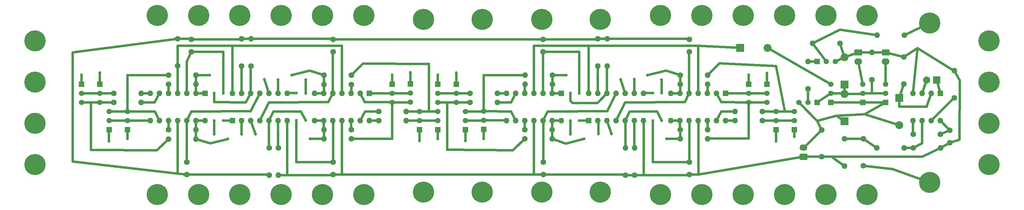
<source format=gbr>
%TF.GenerationSoftware,KiCad,Pcbnew,(5.1.7)-1*%
%TF.CreationDate,2021-05-19T12:24:51-05:00*%
%TF.ProjectId,FOURSES INTERSEXON,464f5552-5345-4532-9049-4e5445525345,rev?*%
%TF.SameCoordinates,Original*%
%TF.FileFunction,Copper,L1,Top*%
%TF.FilePolarity,Positive*%
%FSLAX46Y46*%
G04 Gerber Fmt 4.6, Leading zero omitted, Abs format (unit mm)*
G04 Created by KiCad (PCBNEW (5.1.7)-1) date 2021-05-19 12:24:51*
%MOMM*%
%LPD*%
G01*
G04 APERTURE LIST*
%TA.AperFunction,ComponentPad*%
%ADD10C,5.900000*%
%TD*%
%TA.AperFunction,ComponentPad*%
%ADD11O,1.600000X1.600000*%
%TD*%
%TA.AperFunction,ComponentPad*%
%ADD12C,1.600000*%
%TD*%
%TA.AperFunction,ComponentPad*%
%ADD13C,1.500000*%
%TD*%
%TA.AperFunction,ComponentPad*%
%ADD14R,1.500000X1.500000*%
%TD*%
%TA.AperFunction,ComponentPad*%
%ADD15R,1.600000X1.600000*%
%TD*%
%TA.AperFunction,ComponentPad*%
%ADD16O,2.190000X1.740000*%
%TD*%
%TA.AperFunction,ComponentPad*%
%ADD17C,2.000000*%
%TD*%
%TA.AperFunction,ComponentPad*%
%ADD18R,2.000000X2.000000*%
%TD*%
%TA.AperFunction,ComponentPad*%
%ADD19R,2.200000X2.200000*%
%TD*%
%TA.AperFunction,ComponentPad*%
%ADD20O,2.200000X2.200000*%
%TD*%
%TA.AperFunction,ViaPad*%
%ADD21C,0.800000*%
%TD*%
%TA.AperFunction,Conductor*%
%ADD22C,0.635000*%
%TD*%
G04 APERTURE END LIST*
D10*
%TO.P,REF\u002A\u002A,*%
%TO.N,*%
X109630000Y-121990000D03*
%TD*%
%TO.P,REF\u002A\u002A,*%
%TO.N,*%
X63630000Y-71990000D03*
%TD*%
%TO.P,REF\u002A\u002A,*%
%TO.N,*%
X18110000Y-113600000D03*
%TD*%
%TO.P,REF\u002A\u002A,*%
%TO.N,*%
X75130000Y-71990000D03*
%TD*%
%TO.P,REF\u002A\u002A,*%
%TO.N,*%
X175460000Y-73100000D03*
%TD*%
%TO.P,REF\u002A\u002A,*%
%TO.N,*%
X109630000Y-71990000D03*
%TD*%
D11*
%TO.P,REF\u002A\u002A,2*%
%TO.N,N/C*%
X273950000Y-87380000D03*
D12*
%TO.P,REF\u002A\u002A,1*%
X273950000Y-95000000D03*
%TD*%
D10*
%TO.P,REF\u002A\u002A,*%
%TO.N,*%
X192210000Y-121990000D03*
%TD*%
%TO.P,REF\u002A\u002A,*%
%TO.N,*%
X63630000Y-121990000D03*
%TD*%
%TO.P,REF\u002A\u002A,*%
%TO.N,*%
X18110000Y-102100000D03*
%TD*%
%TO.P,REF\u002A\u002A,*%
%TO.N,*%
X98130000Y-121990000D03*
%TD*%
D12*
%TO.P,REF\u002A\u002A,1*%
%TO.N,N/C*%
X243450000Y-106460000D03*
D11*
%TO.P,REF\u002A\u002A,2*%
X243450000Y-114080000D03*
%TD*%
D13*
%TO.P,REF\u002A\u002A,2*%
%TO.N,N/C*%
X130250000Y-101330000D03*
%TO.P,REF\u002A\u002A,3*%
X130250000Y-98790000D03*
D14*
%TO.P,REF\u002A\u002A,1*%
X130250000Y-103870000D03*
%TD*%
D10*
%TO.P,REF\u002A\u002A,*%
%TO.N,*%
X159160000Y-73100000D03*
%TD*%
D14*
%TO.P,REF\u002A\u002A,1*%
%TO.N,N/C*%
X36160000Y-91160000D03*
D13*
%TO.P,REF\u002A\u002A,3*%
X36160000Y-96240000D03*
%TO.P,REF\u002A\u002A,2*%
X36160000Y-93700000D03*
%TD*%
D10*
%TO.P,REF\u002A\u002A,*%
%TO.N,*%
X203710000Y-121990000D03*
%TD*%
D11*
%TO.P,REF\u002A\u002A,2*%
%TO.N,N/C*%
X212940000Y-101400000D03*
D12*
%TO.P,REF\u002A\u002A,1*%
X220560000Y-101400000D03*
%TD*%
D11*
%TO.P,REF\u002A\u002A,2*%
%TO.N,N/C*%
X259990000Y-109010000D03*
D12*
%TO.P,REF\u002A\u002A,1*%
X252370000Y-109010000D03*
%TD*%
%TO.P,REF\u002A\u002A,1*%
%TO.N,N/C*%
X262520000Y-109000000D03*
D11*
%TO.P,REF\u002A\u002A,2*%
X270140000Y-109000000D03*
%TD*%
D10*
%TO.P,REF\u002A\u002A,*%
%TO.N,*%
X18110000Y-90600000D03*
%TD*%
%TO.P,REF\u002A\u002A,*%
%TO.N,*%
X75130000Y-121990000D03*
%TD*%
%TO.P,REF\u002A\u002A,*%
%TO.N,*%
X52130000Y-121990000D03*
%TD*%
%TO.P,REF\u002A\u002A,*%
%TO.N,*%
X159160000Y-121350000D03*
%TD*%
%TO.P,REF\u002A\u002A,*%
%TO.N,*%
X226710000Y-121990000D03*
%TD*%
%TO.P,REF\u002A\u002A,*%
%TO.N,*%
X126260000Y-73100000D03*
%TD*%
%TO.P,REF\u002A\u002A,*%
%TO.N,*%
X52130000Y-71990000D03*
%TD*%
D11*
%TO.P,REF\u002A\u002A,2*%
%TO.N,N/C*%
X233270000Y-84860000D03*
D12*
%TO.P,REF\u002A\u002A,1*%
X233270000Y-92480000D03*
%TD*%
D13*
%TO.P,REF\u002A\u002A,2*%
%TO.N,N/C*%
X31100000Y-93710000D03*
%TO.P,REF\u002A\u002A,3*%
X31100000Y-96250000D03*
D14*
%TO.P,REF\u002A\u002A,1*%
X31100000Y-91170000D03*
%TD*%
D12*
%TO.P,REF\u002A\u002A,1*%
%TO.N,N/C*%
X242140000Y-79770000D03*
D11*
%TO.P,REF\u002A\u002A,2*%
X234520000Y-79770000D03*
%TD*%
%TO.P,REF\u002A\u002A,2*%
%TO.N,N/C*%
X252480000Y-77510000D03*
D12*
%TO.P,REF\u002A\u002A,1*%
X260100000Y-77510000D03*
%TD*%
D10*
%TO.P,REF\u002A\u002A,*%
%TO.N,*%
X238210000Y-121990000D03*
%TD*%
%TO.P,REF\u002A\u002A,*%
%TO.N,*%
X142560000Y-121350000D03*
%TD*%
%TO.P,REF\u002A\u002A,*%
%TO.N,*%
X98130000Y-71990000D03*
%TD*%
%TO.P,REF\u002A\u002A,*%
%TO.N,*%
X86630000Y-71990000D03*
%TD*%
D14*
%TO.P,REF\u002A\u002A,1*%
%TO.N,N/C*%
X117510000Y-91160000D03*
D13*
%TO.P,REF\u002A\u002A,3*%
X117510000Y-96240000D03*
%TO.P,REF\u002A\u002A,2*%
X117510000Y-93700000D03*
%TD*%
D10*
%TO.P,REF\u002A\u002A,*%
%TO.N,*%
X175460000Y-121350000D03*
%TD*%
D14*
%TO.P,REF\u002A\u002A,1*%
%TO.N,N/C*%
X216710000Y-91180000D03*
D13*
%TO.P,REF\u002A\u002A,3*%
X216710000Y-96260000D03*
%TO.P,REF\u002A\u002A,2*%
X216710000Y-93720000D03*
%TD*%
D14*
%TO.P,REF\u002A\u002A,1*%
%TO.N,N/C*%
X125160000Y-103880000D03*
D13*
%TO.P,REF\u002A\u002A,3*%
X125160000Y-98800000D03*
%TO.P,REF\u002A\u002A,2*%
X125160000Y-101340000D03*
%TD*%
D14*
%TO.P,REF\u002A\u002A,1*%
%TO.N,N/C*%
X43820000Y-103860000D03*
D13*
%TO.P,REF\u002A\u002A,3*%
X43820000Y-98780000D03*
%TO.P,REF\u002A\u002A,2*%
X43820000Y-101320000D03*
%TD*%
D10*
%TO.P,REF\u002A\u002A,*%
%TO.N,*%
X215210000Y-121990000D03*
%TD*%
%TO.P,REF\u002A\u002A,*%
%TO.N,*%
X226710000Y-71990000D03*
%TD*%
D11*
%TO.P,REF\u002A\u002A,2*%
%TO.N,N/C*%
X62920000Y-91240000D03*
D12*
%TO.P,REF\u002A\u002A,1*%
X55300000Y-91240000D03*
%TD*%
D14*
%TO.P,REF\u002A\u002A,1*%
%TO.N,N/C*%
X135340000Y-91160000D03*
D13*
%TO.P,REF\u002A\u002A,3*%
X135340000Y-96240000D03*
%TO.P,REF\u002A\u002A,2*%
X135340000Y-93700000D03*
%TD*%
D14*
%TO.P,REF\u002A\u002A,1*%
%TO.N,N/C*%
X142970000Y-103850000D03*
D13*
%TO.P,REF\u002A\u002A,3*%
X142970000Y-98770000D03*
%TO.P,REF\u002A\u002A,2*%
X142970000Y-101310000D03*
%TD*%
%TO.P,REF\u002A\u002A,2*%
%TO.N,N/C*%
X130250000Y-93710000D03*
%TO.P,REF\u002A\u002A,3*%
X130250000Y-96250000D03*
D14*
%TO.P,REF\u002A\u002A,1*%
X130250000Y-91170000D03*
%TD*%
D12*
%TO.P,REF\u002A\u002A,1*%
%TO.N,N/C*%
X220560000Y-98820000D03*
D11*
%TO.P,REF\u002A\u002A,2*%
X212940000Y-98820000D03*
%TD*%
D13*
%TO.P,REF\u002A\u002A,2*%
%TO.N,N/C*%
X137880000Y-101320000D03*
%TO.P,REF\u002A\u002A,3*%
X137880000Y-98780000D03*
D14*
%TO.P,REF\u002A\u002A,1*%
X137880000Y-103860000D03*
%TD*%
%TO.P,REF\u002A\u002A,1*%
%TO.N,N/C*%
X235790000Y-84810000D03*
D13*
%TO.P,REF\u002A\u002A,3*%
X240870000Y-84810000D03*
%TO.P,REF\u002A\u002A,2*%
X238330000Y-84810000D03*
%TD*%
D14*
%TO.P,REF\u002A\u002A,1*%
%TO.N,N/C*%
X224320000Y-103880000D03*
D13*
%TO.P,REF\u002A\u002A,3*%
X224320000Y-98800000D03*
%TO.P,REF\u002A\u002A,2*%
X224320000Y-101340000D03*
%TD*%
D15*
%TO.P,REF\u002A\u002A,1*%
%TO.N,N/C*%
X270060000Y-93780000D03*
D11*
%TO.P,REF\u002A\u002A,5*%
X262440000Y-101400000D03*
%TO.P,REF\u002A\u002A,2*%
X267520000Y-93780000D03*
%TO.P,REF\u002A\u002A,6*%
X264980000Y-101400000D03*
%TO.P,REF\u002A\u002A,3*%
X264980000Y-93780000D03*
%TO.P,REF\u002A\u002A,7*%
X267520000Y-101400000D03*
%TO.P,REF\u002A\u002A,4*%
X262440000Y-93780000D03*
%TO.P,REF\u002A\u002A,8*%
X270060000Y-101400000D03*
%TD*%
D15*
%TO.P,REF\u002A\u002A,1*%
%TO.N,N/C*%
X172230000Y-101390000D03*
D11*
%TO.P,REF\u002A\u002A,8*%
X187470000Y-93770000D03*
%TO.P,REF\u002A\u002A,2*%
X174770000Y-101390000D03*
%TO.P,REF\u002A\u002A,9*%
X184930000Y-93770000D03*
%TO.P,REF\u002A\u002A,3*%
X177310000Y-101390000D03*
%TO.P,REF\u002A\u002A,10*%
X182390000Y-93770000D03*
%TO.P,REF\u002A\u002A,4*%
X179850000Y-101390000D03*
%TO.P,REF\u002A\u002A,11*%
X179850000Y-93770000D03*
%TO.P,REF\u002A\u002A,5*%
X182390000Y-101390000D03*
%TO.P,REF\u002A\u002A,12*%
X177310000Y-93770000D03*
%TO.P,REF\u002A\u002A,6*%
X184930000Y-101390000D03*
%TO.P,REF\u002A\u002A,13*%
X174770000Y-93770000D03*
%TO.P,REF\u002A\u002A,7*%
X187470000Y-101390000D03*
%TO.P,REF\u002A\u002A,14*%
X172230000Y-93770000D03*
%TD*%
D12*
%TO.P,REF\u002A\u002A,1*%
%TO.N,N/C*%
X55300000Y-88660000D03*
D11*
%TO.P,REF\u002A\u002A,2*%
X62920000Y-88660000D03*
%TD*%
%TO.P,REF\u002A\u002A,1*%
%TO.N,N/C*%
%TA.AperFunction,ComponentPad*%
G36*
G01*
X254034999Y-81460000D02*
X255725001Y-81460000D01*
G75*
G02*
X255975000Y-81709999I0J-249999D01*
G01*
X255975000Y-82950001D01*
G75*
G02*
X255725001Y-83200000I-249999J0D01*
G01*
X254034999Y-83200000D01*
G75*
G02*
X253785000Y-82950001I0J249999D01*
G01*
X253785000Y-81709999D01*
G75*
G02*
X254034999Y-81460000I249999J0D01*
G01*
G37*
%TD.AperFunction*%
D16*
%TO.P,REF\u002A\u002A,2*%
X254880000Y-84870000D03*
%TD*%
D11*
%TO.P,REF\u002A\u002A,14*%
%TO.N,N/C*%
X73060000Y-93750000D03*
%TO.P,REF\u002A\u002A,7*%
X88300000Y-101370000D03*
%TO.P,REF\u002A\u002A,13*%
X75600000Y-93750000D03*
%TO.P,REF\u002A\u002A,6*%
X85760000Y-101370000D03*
%TO.P,REF\u002A\u002A,12*%
X78140000Y-93750000D03*
%TO.P,REF\u002A\u002A,5*%
X83220000Y-101370000D03*
%TO.P,REF\u002A\u002A,11*%
X80680000Y-93750000D03*
%TO.P,REF\u002A\u002A,4*%
X80680000Y-101370000D03*
%TO.P,REF\u002A\u002A,10*%
X83220000Y-93750000D03*
%TO.P,REF\u002A\u002A,3*%
X78140000Y-101370000D03*
%TO.P,REF\u002A\u002A,9*%
X85760000Y-93750000D03*
%TO.P,REF\u002A\u002A,2*%
X75600000Y-101370000D03*
%TO.P,REF\u002A\u002A,8*%
X88300000Y-93750000D03*
D15*
%TO.P,REF\u002A\u002A,1*%
X73060000Y-101370000D03*
%TD*%
%TO.P,REF\u002A\u002A,1*%
%TO.N,N/C*%
%TA.AperFunction,ComponentPad*%
G36*
G01*
X232855001Y-112340000D02*
X231164999Y-112340000D01*
G75*
G02*
X230915000Y-112090001I0J249999D01*
G01*
X230915000Y-110849999D01*
G75*
G02*
X231164999Y-110600000I249999J0D01*
G01*
X232855001Y-110600000D01*
G75*
G02*
X233105000Y-110849999I0J-249999D01*
G01*
X233105000Y-112090001D01*
G75*
G02*
X232855001Y-112340000I-249999J0D01*
G01*
G37*
%TD.AperFunction*%
D16*
%TO.P,REF\u002A\u002A,2*%
X232010000Y-108930000D03*
%TD*%
D10*
%TO.P,REF\u002A\u002A,*%
%TO.N,*%
X283610000Y-90600000D03*
%TD*%
D17*
%TO.P,REF\u002A\u002A,*%
%TO.N,*%
X266300000Y-90000000D03*
%TD*%
D12*
%TO.P,REF\u002A\u002A,1*%
%TO.N,N/C*%
X106150000Y-103890000D03*
D11*
%TO.P,REF\u002A\u002A,2*%
X98530000Y-103890000D03*
%TD*%
%TO.P,REF\u002A\u002A,2*%
%TO.N,N/C*%
X98540000Y-88680000D03*
D12*
%TO.P,REF\u002A\u002A,1*%
X106160000Y-88680000D03*
%TD*%
%TO.P,REF\u002A\u002A,1*%
%TO.N,N/C*%
X40070000Y-96280000D03*
D11*
%TO.P,REF\u002A\u002A,2*%
X47690000Y-96280000D03*
%TD*%
D12*
%TO.P,REF\u002A\u002A,1*%
%TO.N,N/C*%
X55250000Y-103910000D03*
D11*
%TO.P,REF\u002A\u002A,2*%
X62870000Y-103910000D03*
%TD*%
%TO.P,REF\u002A\u002A,2*%
%TO.N,N/C*%
X62870000Y-106490000D03*
D12*
%TO.P,REF\u002A\u002A,1*%
X55250000Y-106490000D03*
%TD*%
%TO.P,REF\u002A\u002A,1*%
%TO.N,N/C*%
X78210000Y-86080000D03*
D11*
%TO.P,REF\u002A\u002A,2*%
X78210000Y-78460000D03*
%TD*%
%TO.P,REF\u002A\u002A,2*%
%TO.N,N/C*%
X98530000Y-106470000D03*
D12*
%TO.P,REF\u002A\u002A,1*%
X106150000Y-106470000D03*
%TD*%
D11*
%TO.P,REF\u002A\u002A,14*%
%TO.N,N/C*%
X210340000Y-101330000D03*
%TO.P,REF\u002A\u002A,7*%
X195100000Y-93710000D03*
%TO.P,REF\u002A\u002A,13*%
X207800000Y-101330000D03*
%TO.P,REF\u002A\u002A,6*%
X197640000Y-93710000D03*
%TO.P,REF\u002A\u002A,12*%
X205260000Y-101330000D03*
%TO.P,REF\u002A\u002A,5*%
X200180000Y-93710000D03*
%TO.P,REF\u002A\u002A,11*%
X202720000Y-101330000D03*
%TO.P,REF\u002A\u002A,4*%
X202720000Y-93710000D03*
%TO.P,REF\u002A\u002A,10*%
X200180000Y-101330000D03*
%TO.P,REF\u002A\u002A,3*%
X205260000Y-93710000D03*
%TO.P,REF\u002A\u002A,9*%
X197640000Y-101330000D03*
%TO.P,REF\u002A\u002A,2*%
X207800000Y-93710000D03*
%TO.P,REF\u002A\u002A,8*%
X195100000Y-101330000D03*
D15*
%TO.P,REF\u002A\u002A,1*%
X210340000Y-93710000D03*
%TD*%
D12*
%TO.P,REF\u002A\u002A,1*%
%TO.N,N/C*%
X106160000Y-91260000D03*
D11*
%TO.P,REF\u002A\u002A,2*%
X98540000Y-91260000D03*
%TD*%
%TO.P,REF\u002A\u002A,2*%
%TO.N,N/C*%
X75630000Y-78460000D03*
D12*
%TO.P,REF\u002A\u002A,1*%
X75630000Y-86080000D03*
%TD*%
D11*
%TO.P,REF\u002A\u002A,2*%
%TO.N,N/C*%
X47690000Y-93700000D03*
D12*
%TO.P,REF\u002A\u002A,1*%
X40070000Y-93700000D03*
%TD*%
D18*
%TO.P,REF\u002A\u002A,*%
%TO.N,*%
X269080000Y-89990000D03*
%TD*%
D12*
%TO.P,REF\u002A\u002A,1*%
%TO.N,N/C*%
X61640000Y-82150000D03*
%TO.P,REF\u002A\u002A,2*%
X61640000Y-78650000D03*
%TD*%
D15*
%TO.P,REF\u002A\u002A,1*%
%TO.N,N/C*%
X65470000Y-93740000D03*
D11*
%TO.P,REF\u002A\u002A,8*%
X50230000Y-101360000D03*
%TO.P,REF\u002A\u002A,2*%
X62930000Y-93740000D03*
%TO.P,REF\u002A\u002A,9*%
X52770000Y-101360000D03*
%TO.P,REF\u002A\u002A,3*%
X60390000Y-93740000D03*
%TO.P,REF\u002A\u002A,10*%
X55310000Y-101360000D03*
%TO.P,REF\u002A\u002A,4*%
X57850000Y-93740000D03*
%TO.P,REF\u002A\u002A,11*%
X57850000Y-101360000D03*
%TO.P,REF\u002A\u002A,5*%
X55310000Y-93740000D03*
%TO.P,REF\u002A\u002A,12*%
X60390000Y-101360000D03*
%TO.P,REF\u002A\u002A,6*%
X52770000Y-93740000D03*
%TO.P,REF\u002A\u002A,13*%
X62930000Y-101360000D03*
%TO.P,REF\u002A\u002A,7*%
X50230000Y-93740000D03*
%TO.P,REF\u002A\u002A,14*%
X65470000Y-101360000D03*
%TD*%
D15*
%TO.P,REF\u002A\u002A,1*%
%TO.N,N/C*%
X164590000Y-93710000D03*
D11*
%TO.P,REF\u002A\u002A,8*%
X149350000Y-101330000D03*
%TO.P,REF\u002A\u002A,2*%
X162050000Y-93710000D03*
%TO.P,REF\u002A\u002A,9*%
X151890000Y-101330000D03*
%TO.P,REF\u002A\u002A,3*%
X159510000Y-93710000D03*
%TO.P,REF\u002A\u002A,10*%
X154430000Y-101330000D03*
%TO.P,REF\u002A\u002A,4*%
X156970000Y-93710000D03*
%TO.P,REF\u002A\u002A,11*%
X156970000Y-101330000D03*
%TO.P,REF\u002A\u002A,5*%
X154430000Y-93710000D03*
%TO.P,REF\u002A\u002A,12*%
X159510000Y-101330000D03*
%TO.P,REF\u002A\u002A,6*%
X151890000Y-93710000D03*
%TO.P,REF\u002A\u002A,13*%
X162050000Y-101330000D03*
%TO.P,REF\u002A\u002A,7*%
X149350000Y-93710000D03*
%TO.P,REF\u002A\u002A,14*%
X164590000Y-101330000D03*
%TD*%
D12*
%TO.P,REF\u002A\u002A,2*%
%TO.N,N/C*%
X272730000Y-104070000D03*
%TO.P,REF\u002A\u002A,1*%
X272730000Y-107570000D03*
%TD*%
D10*
%TO.P,REF\u002A\u002A,*%
%TO.N,*%
X267110000Y-74100000D03*
%TD*%
D16*
%TO.P,REF\u002A\u002A,2*%
%TO.N,N/C*%
X247250000Y-84870000D03*
%TO.P,REF\u002A\u002A,1*%
%TA.AperFunction,ComponentPad*%
G36*
G01*
X246404999Y-81460000D02*
X248095001Y-81460000D01*
G75*
G02*
X248345000Y-81709999I0J-249999D01*
G01*
X248345000Y-82950001D01*
G75*
G02*
X248095001Y-83200000I-249999J0D01*
G01*
X246404999Y-83200000D01*
G75*
G02*
X246155000Y-82950001I0J249999D01*
G01*
X246155000Y-81709999D01*
G75*
G02*
X246404999Y-81460000I249999J0D01*
G01*
G37*
%TD.AperFunction*%
%TD*%
D12*
%TO.P,REF\u002A\u002A,2*%
%TO.N,N/C*%
X60370000Y-112950000D03*
%TO.P,REF\u002A\u002A,1*%
X60370000Y-116450000D03*
%TD*%
%TO.P,REF\u002A\u002A,1*%
%TO.N,N/C*%
X251050000Y-89900000D03*
D11*
%TO.P,REF\u002A\u002A,2*%
X251050000Y-82280000D03*
%TD*%
D13*
%TO.P,REF\u002A\u002A,2*%
%TO.N,N/C*%
X221800000Y-93710000D03*
%TO.P,REF\u002A\u002A,3*%
X221800000Y-96250000D03*
D14*
%TO.P,REF\u002A\u002A,1*%
X221800000Y-91170000D03*
%TD*%
D11*
%TO.P,REF\u002A\u002A,14*%
%TO.N,N/C*%
X111130000Y-101340000D03*
%TO.P,REF\u002A\u002A,7*%
X95890000Y-93720000D03*
%TO.P,REF\u002A\u002A,13*%
X108590000Y-101340000D03*
%TO.P,REF\u002A\u002A,6*%
X98430000Y-93720000D03*
%TO.P,REF\u002A\u002A,12*%
X106050000Y-101340000D03*
%TO.P,REF\u002A\u002A,5*%
X100970000Y-93720000D03*
%TO.P,REF\u002A\u002A,11*%
X103510000Y-101340000D03*
%TO.P,REF\u002A\u002A,4*%
X103510000Y-93720000D03*
%TO.P,REF\u002A\u002A,10*%
X100970000Y-101340000D03*
%TO.P,REF\u002A\u002A,3*%
X106050000Y-93720000D03*
%TO.P,REF\u002A\u002A,9*%
X98430000Y-101340000D03*
%TO.P,REF\u002A\u002A,2*%
X108590000Y-93720000D03*
%TO.P,REF\u002A\u002A,8*%
X95890000Y-101340000D03*
D15*
%TO.P,REF\u002A\u002A,1*%
X111130000Y-93720000D03*
%TD*%
D10*
%TO.P,REF\u002A\u002A,*%
%TO.N,*%
X215210000Y-71990000D03*
%TD*%
%TO.P,REF\u002A\u002A,*%
%TO.N,*%
X283610000Y-102100000D03*
%TD*%
D19*
%TO.P,REF\u002A\u002A,1*%
%TO.N,N/C*%
X243390000Y-101570000D03*
D20*
%TO.P,REF\u002A\u002A,2*%
X243390000Y-93950000D03*
%TD*%
%TO.P,REF\u002A\u002A,2*%
%TO.N,N/C*%
X243400000Y-83650000D03*
D19*
%TO.P,REF\u002A\u002A,1*%
X243400000Y-91270000D03*
%TD*%
D10*
%TO.P,REF\u002A\u002A,*%
%TO.N,*%
X267110000Y-118600000D03*
%TD*%
%TO.P,REF\u002A\u002A,*%
%TO.N,*%
X249710000Y-71990000D03*
%TD*%
D12*
%TO.P,REF\u002A\u002A,2*%
%TO.N,N/C*%
X101060000Y-78650000D03*
%TO.P,REF\u002A\u002A,1*%
X101060000Y-82150000D03*
%TD*%
D10*
%TO.P,REF\u002A\u002A,*%
%TO.N,*%
X203710000Y-71990000D03*
%TD*%
D14*
%TO.P,REF\u002A\u002A,1*%
%TO.N,N/C*%
X254850000Y-96240000D03*
D13*
%TO.P,REF\u002A\u002A,3*%
X254850000Y-91160000D03*
%TO.P,REF\u002A\u002A,2*%
X254850000Y-93700000D03*
%TD*%
D12*
%TO.P,REF\u002A\u002A,1*%
%TO.N,N/C*%
X57850000Y-78500000D03*
%TO.P,REF\u002A\u002A,2*%
X57850000Y-86000000D03*
%TD*%
D13*
%TO.P,REF\u002A\u002A,2*%
%TO.N,N/C*%
X38730000Y-101330000D03*
%TO.P,REF\u002A\u002A,3*%
X38730000Y-98790000D03*
D14*
%TO.P,REF\u002A\u002A,1*%
X38730000Y-103870000D03*
%TD*%
D20*
%TO.P,REF\u002A\u002A,2*%
%TO.N,N/C*%
X258660000Y-102590000D03*
D19*
%TO.P,REF\u002A\u002A,1*%
X258660000Y-94970000D03*
%TD*%
D12*
%TO.P,REF\u002A\u002A,2*%
%TO.N,N/C*%
X262580000Y-105160000D03*
%TO.P,REF\u002A\u002A,1*%
X270080000Y-105160000D03*
%TD*%
%TO.P,REF\u002A\u002A,1*%
%TO.N,N/C*%
X101100000Y-116450000D03*
%TO.P,REF\u002A\u002A,2*%
X101100000Y-112950000D03*
%TD*%
D13*
%TO.P,REF\u002A\u002A,2*%
%TO.N,N/C*%
X233230000Y-96270000D03*
%TO.P,REF\u002A\u002A,3*%
X230690000Y-96270000D03*
D14*
%TO.P,REF\u002A\u002A,1*%
X235770000Y-96270000D03*
%TD*%
D12*
%TO.P,REF\u002A\u002A,1*%
%TO.N,N/C*%
X237090000Y-111470000D03*
%TO.P,REF\u002A\u002A,2*%
X237090000Y-103970000D03*
%TD*%
%TO.P,REF\u002A\u002A,1*%
%TO.N,N/C*%
X200230000Y-116440000D03*
%TO.P,REF\u002A\u002A,2*%
X200230000Y-112940000D03*
%TD*%
%TO.P,REF\u002A\u002A,2*%
%TO.N,N/C*%
X248640000Y-106460000D03*
%TO.P,REF\u002A\u002A,1*%
X248640000Y-113960000D03*
%TD*%
D13*
%TO.P,REF\u002A\u002A,2*%
%TO.N,N/C*%
X248480000Y-93710000D03*
%TO.P,REF\u002A\u002A,3*%
X248480000Y-91170000D03*
D14*
%TO.P,REF\u002A\u002A,1*%
X248480000Y-96250000D03*
%TD*%
D12*
%TO.P,REF\u002A\u002A,1*%
%TO.N,N/C*%
X259950000Y-91120000D03*
%TO.P,REF\u002A\u002A,2*%
X259950000Y-83620000D03*
%TD*%
%TO.P,REF\u002A\u002A,2*%
%TO.N,N/C*%
X159560000Y-112940000D03*
%TO.P,REF\u002A\u002A,1*%
X159560000Y-116440000D03*
%TD*%
D14*
%TO.P,REF\u002A\u002A,1*%
%TO.N,N/C*%
X239630000Y-96260000D03*
D13*
%TO.P,REF\u002A\u002A,3*%
X239630000Y-91180000D03*
%TO.P,REF\u002A\u002A,2*%
X239630000Y-93720000D03*
%TD*%
%TO.P,REF\u002A\u002A,2*%
%TO.N,N/C*%
X229410000Y-101330000D03*
%TO.P,REF\u002A\u002A,3*%
X229410000Y-98790000D03*
D14*
%TO.P,REF\u002A\u002A,1*%
X229410000Y-103870000D03*
%TD*%
D13*
%TO.P,REF\u002A\u002A,2*%
%TO.N,N/C*%
X122600000Y-93690000D03*
%TO.P,REF\u002A\u002A,3*%
X122600000Y-96230000D03*
D14*
%TO.P,REF\u002A\u002A,1*%
X122600000Y-91150000D03*
%TD*%
D19*
%TO.P,REF\u002A\u002A,1*%
%TO.N,N/C*%
X214400000Y-81070000D03*
D20*
%TO.P,REF\u002A\u002A,2*%
X222020000Y-81070000D03*
%TD*%
D12*
%TO.P,REF\u002A\u002A,1*%
%TO.N,N/C*%
X159520000Y-82150000D03*
%TO.P,REF\u002A\u002A,2*%
X159520000Y-78650000D03*
%TD*%
%TO.P,REF\u002A\u002A,2*%
%TO.N,N/C*%
X200230000Y-78650000D03*
%TO.P,REF\u002A\u002A,1*%
X200230000Y-82150000D03*
%TD*%
%TO.P,REF\u002A\u002A,1*%
%TO.N,N/C*%
X174770000Y-78480000D03*
D11*
%TO.P,REF\u002A\u002A,2*%
X174770000Y-86100000D03*
%TD*%
%TO.P,REF\u002A\u002A,2*%
%TO.N,N/C*%
X121400000Y-98810000D03*
D12*
%TO.P,REF\u002A\u002A,1*%
X113780000Y-98810000D03*
%TD*%
%TO.P,REF\u002A\u002A,1*%
%TO.N,N/C*%
X154460000Y-106460000D03*
D11*
%TO.P,REF\u002A\u002A,2*%
X162080000Y-106460000D03*
%TD*%
D12*
%TO.P,REF\u002A\u002A,1*%
%TO.N,N/C*%
X139210000Y-93740000D03*
D11*
%TO.P,REF\u002A\u002A,2*%
X146830000Y-93740000D03*
%TD*%
%TO.P,REF\u002A\u002A,2*%
%TO.N,N/C*%
X83270000Y-116610000D03*
D12*
%TO.P,REF\u002A\u002A,1*%
X83270000Y-108990000D03*
%TD*%
D10*
%TO.P,REF\u002A\u002A,*%
%TO.N,*%
X283610000Y-79100000D03*
%TD*%
D12*
%TO.P,REF\u002A\u002A,1*%
%TO.N,N/C*%
X197680000Y-88640000D03*
D11*
%TO.P,REF\u002A\u002A,2*%
X205300000Y-88640000D03*
%TD*%
D12*
%TO.P,REF\u002A\u002A,1*%
%TO.N,N/C*%
X197700000Y-106480000D03*
D11*
%TO.P,REF\u002A\u002A,2*%
X205320000Y-106480000D03*
%TD*%
D12*
%TO.P,REF\u002A\u002A,1*%
%TO.N,N/C*%
X113780000Y-101390000D03*
D11*
%TO.P,REF\u002A\u002A,2*%
X121400000Y-101390000D03*
%TD*%
%TO.P,REF\u002A\u002A,2*%
%TO.N,N/C*%
X205300000Y-91220000D03*
D12*
%TO.P,REF\u002A\u002A,1*%
X197680000Y-91220000D03*
%TD*%
D11*
%TO.P,REF\u002A\u002A,2*%
%TO.N,N/C*%
X154470000Y-88660000D03*
D12*
%TO.P,REF\u002A\u002A,1*%
X162090000Y-88660000D03*
%TD*%
%TO.P,REF\u002A\u002A,1*%
%TO.N,N/C*%
X182420000Y-116610000D03*
D11*
%TO.P,REF\u002A\u002A,2*%
X182420000Y-108990000D03*
%TD*%
D10*
%TO.P,REF\u002A\u002A,*%
%TO.N,*%
X86630000Y-121990000D03*
%TD*%
D11*
%TO.P,REF\u002A\u002A,2*%
%TO.N,N/C*%
X162080000Y-103880000D03*
D12*
%TO.P,REF\u002A\u002A,1*%
X154460000Y-103880000D03*
%TD*%
%TO.P,REF\u002A\u002A,1*%
%TO.N,N/C*%
X162090000Y-91240000D03*
D11*
%TO.P,REF\u002A\u002A,2*%
X154470000Y-91240000D03*
%TD*%
D10*
%TO.P,REF\u002A\u002A,*%
%TO.N,*%
X283610000Y-113600000D03*
%TD*%
%TO.P,REF\u002A\u002A,*%
%TO.N,*%
X126260000Y-121350000D03*
%TD*%
%TO.P,REF\u002A\u002A,*%
%TO.N,*%
X142560000Y-73100000D03*
%TD*%
%TO.P,REF\u002A\u002A,*%
%TO.N,*%
X249710000Y-121990000D03*
%TD*%
%TO.P,REF\u002A\u002A,*%
%TO.N,*%
X238210000Y-71990000D03*
%TD*%
D11*
%TO.P,REF\u002A\u002A,2*%
%TO.N,N/C*%
X146830000Y-96320000D03*
D12*
%TO.P,REF\u002A\u002A,1*%
X139210000Y-96320000D03*
%TD*%
%TO.P,REF\u002A\u002A,1*%
%TO.N,N/C*%
X85850000Y-108990000D03*
D11*
%TO.P,REF\u002A\u002A,2*%
X85850000Y-116610000D03*
%TD*%
D10*
%TO.P,REF\u002A\u002A,*%
%TO.N,*%
X18110000Y-79100000D03*
%TD*%
D11*
%TO.P,REF\u002A\u002A,2*%
%TO.N,N/C*%
X177350000Y-86100000D03*
D12*
%TO.P,REF\u002A\u002A,1*%
X177350000Y-78480000D03*
%TD*%
D11*
%TO.P,REF\u002A\u002A,2*%
%TO.N,N/C*%
X205320000Y-103900000D03*
D12*
%TO.P,REF\u002A\u002A,1*%
X197700000Y-103900000D03*
%TD*%
D10*
%TO.P,REF\u002A\u002A,*%
%TO.N,*%
X192210000Y-71990000D03*
%TD*%
D11*
%TO.P,REF\u002A\u002A,2*%
%TO.N,N/C*%
X185000000Y-108990000D03*
D12*
%TO.P,REF\u002A\u002A,1*%
X185000000Y-116610000D03*
%TD*%
D21*
%TO.N,*%
X70510000Y-101330000D03*
X36160000Y-87980000D03*
X38720000Y-107080000D03*
X169610000Y-101350000D03*
X122603410Y-87923410D03*
X224350000Y-107100000D03*
X193860000Y-106400000D03*
X70510000Y-93730000D03*
X188570000Y-88700000D03*
X90850000Y-93650000D03*
X190070000Y-93640000D03*
X130250000Y-88570000D03*
X67970000Y-93640000D03*
X184940000Y-105120000D03*
X31080000Y-88600000D03*
X117510000Y-88570000D03*
X93450000Y-101300000D03*
X184871912Y-89761912D03*
X216722138Y-88552138D03*
X94690000Y-106450000D03*
X75600000Y-105130000D03*
X137875420Y-107015420D03*
X167140000Y-101360000D03*
X66690000Y-88650000D03*
X142966318Y-106416318D03*
X192550000Y-101360000D03*
X43814601Y-106424601D03*
X192540000Y-93680000D03*
X93455634Y-93705634D03*
X93458441Y-89921559D03*
X125160000Y-107050000D03*
X130250000Y-106460000D03*
X178560000Y-105100000D03*
X181110000Y-89880000D03*
X71810000Y-106440000D03*
X75610000Y-89920000D03*
X79490000Y-105140000D03*
X165910000Y-88670000D03*
X167140000Y-93660000D03*
X221780000Y-88080000D03*
X85760000Y-105140000D03*
X170900000Y-106410000D03*
X167140000Y-105140000D03*
X192480000Y-89900000D03*
X67970000Y-105150000D03*
X229430000Y-105890000D03*
X174904322Y-105085678D03*
X89550000Y-88700000D03*
X81940000Y-89880000D03*
X67970000Y-101350000D03*
X90850000Y-101290000D03*
X85760000Y-89920000D03*
X135332512Y-87977488D03*
X190070000Y-101330000D03*
X169620000Y-93720000D03*
X174770000Y-89910000D03*
%TD*%
D22*
%TO.N,*%
X174770000Y-78480000D02*
X177350000Y-78480000D01*
X78210000Y-78460000D02*
X100870000Y-78460000D01*
X187600000Y-93640000D02*
X187470000Y-93770000D01*
X263730000Y-81110000D02*
X273770000Y-87380000D01*
X159520000Y-78650000D02*
X174600000Y-78650000D01*
X239630000Y-96260000D02*
X248470000Y-96260000D01*
X265100000Y-111470000D02*
X270140000Y-109000000D01*
X75630000Y-78460000D02*
X78210000Y-78460000D01*
X159560000Y-116440000D02*
X182250000Y-116440000D01*
X75440000Y-78650000D02*
X75630000Y-78460000D01*
X90860000Y-112950000D02*
X90860000Y-101300000D01*
X187490000Y-116610000D02*
X187490000Y-101410000D01*
X101100000Y-101470000D02*
X100970000Y-101340000D01*
X266260000Y-97460000D02*
X267520000Y-93780000D01*
X172190000Y-101350000D02*
X172230000Y-101390000D01*
X262440000Y-101400000D02*
X262440000Y-105020000D01*
X184940000Y-105120000D02*
X184940000Y-108930000D01*
X169610000Y-101350000D02*
X172190000Y-101350000D01*
X85760000Y-108900000D02*
X85850000Y-108990000D01*
X270080000Y-105160000D02*
X272730000Y-104070000D01*
X185000000Y-116610000D02*
X187490000Y-116610000D01*
X169620000Y-82150000D02*
X169620000Y-93720000D01*
X100970000Y-82240000D02*
X101060000Y-82150000D01*
X57850000Y-78500000D02*
X61490000Y-78500000D01*
X243390000Y-91280000D02*
X243400000Y-91270000D01*
X262440000Y-105020000D02*
X262580000Y-105160000D01*
X100870000Y-78460000D02*
X101060000Y-78650000D01*
X174600000Y-78650000D02*
X174770000Y-78480000D01*
X200060000Y-116610000D02*
X200230000Y-116440000D01*
X254830000Y-82280000D02*
X254880000Y-82330000D01*
X156970000Y-116450000D02*
X156970000Y-101330000D01*
X202800000Y-116440000D02*
X202800000Y-101410000D01*
X243450000Y-106460000D02*
X248640000Y-106460000D01*
X103580000Y-116450000D02*
X103580000Y-101410000D01*
X238330000Y-84810000D02*
X234520000Y-79770000D01*
X248480000Y-91170000D02*
X247250000Y-84870000D01*
X258660000Y-94970000D02*
X259950000Y-91120000D01*
X251000000Y-82330000D02*
X251050000Y-82280000D01*
X258660000Y-94970000D02*
X258660000Y-97490000D01*
X273770000Y-87380000D02*
X273950000Y-87380000D01*
X270140000Y-109000000D02*
X272730000Y-107570000D01*
X239810000Y-111470000D02*
X265100000Y-111470000D01*
X202800000Y-101410000D02*
X202720000Y-101330000D01*
X235830000Y-101430000D02*
X241090000Y-99990000D01*
X174770000Y-89910000D02*
X174770000Y-93770000D01*
X101100000Y-112950000D02*
X90860000Y-112950000D01*
X232130000Y-108930000D02*
X232010000Y-108930000D01*
X61490000Y-78500000D02*
X61640000Y-78650000D01*
X172220000Y-80420000D02*
X202720000Y-80420000D01*
X243160000Y-93720000D02*
X243390000Y-93950000D01*
X159510000Y-93710000D02*
X159510000Y-82160000D01*
X237090000Y-103970000D02*
X232130000Y-108930000D01*
X248640000Y-106460000D02*
X252370000Y-109010000D01*
X243390000Y-93950000D02*
X243390000Y-91280000D01*
X239810000Y-111470000D02*
X243450000Y-114080000D01*
X237090000Y-111470000D02*
X239810000Y-111470000D01*
X254850000Y-84900000D02*
X254880000Y-84870000D01*
X270060000Y-93780000D02*
X269080000Y-89990000D01*
X200230000Y-116440000D02*
X202800000Y-116440000D01*
X251050000Y-82280000D02*
X254830000Y-82280000D01*
X249000000Y-99610000D02*
X258660000Y-102590000D01*
X258660000Y-97490000D02*
X266260000Y-97460000D01*
X270060000Y-101400000D02*
X272730000Y-104070000D01*
X61640000Y-78650000D02*
X75440000Y-78650000D01*
X232010000Y-111470000D02*
X237090000Y-111470000D01*
X184930000Y-105110000D02*
X184940000Y-105120000D01*
X156970000Y-80420000D02*
X172220000Y-80420000D01*
X239630000Y-93720000D02*
X243160000Y-93720000D01*
X243390000Y-93950000D02*
X248240000Y-93950000D01*
X243400000Y-83650000D02*
X242140000Y-79770000D01*
X254880000Y-82330000D02*
X259950000Y-83620000D01*
X243400000Y-83650000D02*
X247250000Y-82330000D01*
X240870000Y-84810000D02*
X243400000Y-83650000D01*
X200230000Y-101380000D02*
X200180000Y-101330000D01*
X248240000Y-93950000D02*
X248480000Y-93710000D01*
X264980000Y-93780000D02*
X266300000Y-90000000D01*
X254850000Y-91160000D02*
X254850000Y-84900000D01*
X101100000Y-116450000D02*
X103580000Y-116450000D01*
X251010000Y-89940000D02*
X251050000Y-89900000D01*
X202800000Y-116440000D02*
X232010000Y-111470000D01*
X130240000Y-101340000D02*
X130250000Y-101330000D01*
X57806724Y-116153276D02*
X57806724Y-101403276D01*
X182420000Y-116610000D02*
X185000000Y-116610000D01*
X187490000Y-116610000D02*
X200060000Y-116610000D01*
X159560000Y-112940000D02*
X159560000Y-101380000D01*
X111130000Y-93720000D02*
X117490000Y-93720000D01*
X156970000Y-116450000D02*
X159550000Y-116450000D01*
X200230000Y-112940000D02*
X200230000Y-101380000D01*
X182250000Y-116440000D02*
X182420000Y-116610000D01*
X200180000Y-82200000D02*
X200230000Y-82150000D01*
X241090000Y-99990000D02*
X249000000Y-99610000D01*
X57850000Y-78500000D02*
X28650000Y-82280000D01*
X159510000Y-82160000D02*
X159520000Y-82150000D01*
X156970000Y-93710000D02*
X156970000Y-80420000D01*
X226780000Y-98800000D02*
X224350000Y-86140000D01*
X248480000Y-93710000D02*
X251010000Y-93710000D01*
X247250000Y-82330000D02*
X251000000Y-82330000D01*
X184930000Y-101390000D02*
X184930000Y-105110000D01*
X202720000Y-80420000D02*
X202720000Y-93710000D01*
X263730000Y-81110000D02*
X262440000Y-93780000D01*
X70510000Y-82150000D02*
X70510000Y-93730000D01*
X101100000Y-112950000D02*
X101100000Y-101470000D01*
X222020000Y-81070000D02*
X239630000Y-91180000D01*
X200230000Y-112940000D02*
X190070000Y-112940000D01*
X208570000Y-85390000D02*
X205300000Y-88640000D01*
X259950000Y-83620000D02*
X263730000Y-81110000D01*
X73060000Y-80430000D02*
X73060000Y-93750000D01*
X100970000Y-93720000D02*
X100970000Y-82240000D01*
X249000000Y-99610000D02*
X254850000Y-96240000D01*
X241090000Y-99990000D02*
X243390000Y-101570000D01*
X159560000Y-101380000D02*
X159510000Y-101330000D01*
X200060000Y-78480000D02*
X200230000Y-78650000D01*
X90860000Y-101300000D02*
X90850000Y-101290000D01*
X57850000Y-93740000D02*
X57850000Y-86000000D01*
X122590000Y-93700000D02*
X122600000Y-93690000D01*
X248480000Y-96250000D02*
X254840000Y-96250000D01*
X88300000Y-116610000D02*
X100940000Y-116610000D01*
X174770000Y-86100000D02*
X174770000Y-89910000D01*
X57850000Y-86000000D02*
X57850000Y-80430000D01*
X75610000Y-86100000D02*
X75630000Y-86080000D01*
X60380000Y-84850000D02*
X61640000Y-82150000D01*
X108590000Y-93720000D02*
X109900000Y-96220000D01*
X85850000Y-116610000D02*
X88300000Y-116610000D01*
X57850000Y-80430000D02*
X73060000Y-80430000D01*
X103580000Y-101410000D02*
X103510000Y-101340000D01*
X85760000Y-105140000D02*
X85760000Y-108900000D01*
X200180000Y-93710000D02*
X200180000Y-82200000D01*
X70510000Y-101330000D02*
X73020000Y-101330000D01*
X233270000Y-96230000D02*
X233230000Y-96270000D01*
X251010000Y-93710000D02*
X251010000Y-89940000D01*
X235830000Y-101430000D02*
X237090000Y-103970000D01*
X159520000Y-82150000D02*
X169620000Y-82150000D01*
X103580000Y-116450000D02*
X156970000Y-116450000D01*
X177350000Y-78480000D02*
X200060000Y-78480000D01*
X202720000Y-80420000D02*
X214400000Y-81070000D01*
X224320000Y-98800000D02*
X226780000Y-98800000D01*
X190070000Y-93640000D02*
X187600000Y-93640000D01*
X142970000Y-101310000D02*
X149330000Y-101310000D01*
X132810000Y-109530000D02*
X151160000Y-109640000D01*
X197700000Y-103900000D02*
X197700000Y-106480000D01*
X221790000Y-96260000D02*
X221800000Y-96250000D01*
X85760000Y-101370000D02*
X85760000Y-105140000D01*
X172220000Y-93760000D02*
X172230000Y-93770000D01*
X109410000Y-85440000D02*
X106160000Y-88680000D01*
X57806724Y-101403276D02*
X57850000Y-101360000D01*
X273920000Y-95000000D02*
X273950000Y-95000000D01*
X216710000Y-96260000D02*
X221790000Y-96260000D01*
X117490000Y-96220000D02*
X117510000Y-96240000D01*
X172220000Y-80420000D02*
X172220000Y-93760000D01*
X28580000Y-112770000D02*
X57806724Y-116153276D01*
X209110000Y-96220000D02*
X216710000Y-96260000D01*
X187490000Y-101410000D02*
X187470000Y-101390000D01*
X226780000Y-98800000D02*
X229400000Y-98800000D01*
X235770000Y-96270000D02*
X239630000Y-93720000D01*
X130250000Y-93710000D02*
X135330000Y-93710000D01*
X73060000Y-80430000D02*
X103520000Y-80430000D01*
X57806724Y-116153276D02*
X60370000Y-116450000D01*
X103520000Y-93710000D02*
X103510000Y-93720000D01*
X190070000Y-112940000D02*
X190070000Y-101330000D01*
X73020000Y-101330000D02*
X73060000Y-101370000D01*
X125160000Y-98800000D02*
X127740000Y-98800000D01*
X60390000Y-93740000D02*
X60380000Y-84850000D01*
X125110000Y-101390000D02*
X125160000Y-101340000D01*
X139170000Y-93700000D02*
X139210000Y-93740000D01*
X210340000Y-101330000D02*
X212870000Y-101330000D01*
X216710000Y-96260000D02*
X216710000Y-106350000D01*
X75600000Y-89930000D02*
X75610000Y-89920000D01*
X224320000Y-101340000D02*
X229400000Y-101340000D01*
X103520000Y-80430000D02*
X103520000Y-93710000D01*
X248470000Y-96260000D02*
X248480000Y-96250000D01*
X121400000Y-98810000D02*
X125150000Y-98810000D01*
X267520000Y-101400000D02*
X273920000Y-95000000D01*
X184940000Y-108930000D02*
X185000000Y-108990000D01*
X88300000Y-116610000D02*
X88300000Y-101370000D01*
X254840000Y-93710000D02*
X254850000Y-93700000D01*
X230690000Y-96270000D02*
X235830000Y-101430000D01*
X254840000Y-96250000D02*
X254850000Y-96240000D01*
X101060000Y-78650000D02*
X159520000Y-78650000D01*
X127740000Y-98800000D02*
X127740000Y-85490000D01*
X135330000Y-96250000D02*
X135340000Y-96240000D01*
X75600000Y-93750000D02*
X75600000Y-89930000D01*
X61640000Y-82150000D02*
X70510000Y-82150000D01*
X205450000Y-106350000D02*
X205320000Y-106480000D01*
X224350000Y-86140000D02*
X208570000Y-85390000D01*
X60370000Y-112950000D02*
X60370000Y-101380000D01*
X122590000Y-96240000D02*
X122600000Y-96230000D01*
X90850000Y-93650000D02*
X88400000Y-93650000D01*
X83110000Y-116450000D02*
X83270000Y-116610000D01*
X117490000Y-93720000D02*
X117510000Y-93700000D01*
X209150000Y-98830000D02*
X212940000Y-98820000D01*
X142960000Y-101320000D02*
X142970000Y-101310000D01*
X125160000Y-101340000D02*
X130240000Y-101340000D01*
X159550000Y-116450000D02*
X159560000Y-116440000D01*
X130250000Y-96250000D02*
X132810000Y-96250000D01*
X100940000Y-116610000D02*
X101100000Y-116450000D01*
X216710000Y-93720000D02*
X221790000Y-93720000D01*
X229400000Y-98800000D02*
X229410000Y-98790000D01*
X52057871Y-109627871D02*
X55250000Y-106490000D01*
X88400000Y-93650000D02*
X88300000Y-93750000D01*
X188570000Y-88700000D02*
X193770000Y-87350000D01*
X251010000Y-93710000D02*
X254840000Y-93710000D01*
X43810000Y-98790000D02*
X43820000Y-98780000D01*
X106050000Y-103790000D02*
X106150000Y-103890000D01*
X60370000Y-101380000D02*
X60390000Y-101360000D01*
X33690000Y-109550000D02*
X52057871Y-109627871D01*
X233270000Y-92480000D02*
X233270000Y-96230000D01*
X221790000Y-93720000D02*
X221800000Y-93710000D01*
X216710000Y-106350000D02*
X205450000Y-106350000D01*
X210340000Y-93710000D02*
X216700000Y-93710000D01*
X130240000Y-98800000D02*
X130250000Y-98790000D01*
X154470000Y-88660000D02*
X143020000Y-88660000D01*
X151160000Y-109640000D02*
X154460000Y-106460000D01*
X142960000Y-98780000D02*
X142970000Y-98770000D01*
X132810000Y-96250000D02*
X132810000Y-109530000D01*
X117510000Y-93700000D02*
X122590000Y-93700000D01*
X143020000Y-98720000D02*
X142970000Y-98770000D01*
X220560000Y-101400000D02*
X224260000Y-101400000D01*
X125150000Y-98810000D02*
X125160000Y-98800000D01*
X75610000Y-89920000D02*
X75610000Y-86100000D01*
X117510000Y-96240000D02*
X122590000Y-96240000D01*
X154430000Y-101330000D02*
X154430000Y-103850000D01*
X142970000Y-98770000D02*
X150610000Y-98800000D01*
X207800000Y-93710000D02*
X209110000Y-96220000D01*
X109900000Y-96220000D02*
X117490000Y-96220000D01*
X139130000Y-96240000D02*
X139210000Y-96320000D01*
X212870000Y-101330000D02*
X212940000Y-101400000D01*
X260000000Y-109000000D02*
X259990000Y-109010000D01*
X137880000Y-101320000D02*
X142960000Y-101320000D01*
X150610000Y-98800000D02*
X151890000Y-101330000D01*
X43820000Y-101320000D02*
X50190000Y-101320000D01*
X233320000Y-84810000D02*
X233270000Y-84860000D01*
X167140000Y-95900000D02*
X167140000Y-93660000D01*
X117510000Y-106430000D02*
X117510000Y-96240000D01*
X132810000Y-96250000D02*
X135330000Y-96250000D01*
X216700000Y-93710000D02*
X216710000Y-93720000D01*
X127740000Y-85490000D02*
X109410000Y-85440000D01*
X143020000Y-88660000D02*
X143020000Y-98720000D01*
X111130000Y-101340000D02*
X113730000Y-101340000D01*
X33700000Y-96250000D02*
X33690000Y-109550000D01*
X182350000Y-96290000D02*
X198950000Y-96230000D01*
X220560000Y-98820000D02*
X224300000Y-98820000D01*
X197640000Y-103840000D02*
X197700000Y-103900000D01*
X135340000Y-96240000D02*
X139130000Y-96240000D01*
X121400000Y-101390000D02*
X125110000Y-101390000D01*
X127740000Y-98800000D02*
X130240000Y-98800000D01*
X137880000Y-98780000D02*
X142960000Y-98780000D01*
X60370000Y-116450000D02*
X83110000Y-116450000D01*
X40030000Y-96240000D02*
X40070000Y-96280000D01*
X31100000Y-93710000D02*
X36150000Y-93710000D01*
X197680000Y-88640000D02*
X197680000Y-91220000D01*
X229400000Y-101340000D02*
X229410000Y-101330000D01*
X106150000Y-106470000D02*
X117510000Y-106430000D01*
X89550000Y-88700000D02*
X89570000Y-88680000D01*
X135330000Y-93710000D02*
X135340000Y-93700000D01*
X28650000Y-82280000D02*
X28580000Y-112770000D01*
X135340000Y-93700000D02*
X139170000Y-93700000D01*
X235790000Y-84810000D02*
X233320000Y-84810000D01*
X177310000Y-93770000D02*
X177310000Y-86140000D01*
X198950000Y-96230000D02*
X200180000Y-93710000D01*
X36160000Y-96240000D02*
X40030000Y-96240000D01*
X89570000Y-88680000D02*
X94590000Y-87350000D01*
X93450000Y-101270000D02*
X93450000Y-101300000D01*
X150580000Y-96260000D02*
X146830000Y-96320000D01*
X224260000Y-101400000D02*
X224320000Y-101340000D01*
X51470000Y-98820000D02*
X52770000Y-101360000D01*
X177310000Y-93770000D02*
X174620000Y-96460000D01*
X43820000Y-98780000D02*
X51470000Y-98820000D01*
X98540000Y-91260000D02*
X98540000Y-93610000D01*
X31100000Y-96250000D02*
X33550000Y-96250000D01*
X167700000Y-96460000D02*
X167140000Y-95900000D01*
X67970000Y-93720000D02*
X67970000Y-93640000D01*
X151890000Y-93710000D02*
X150580000Y-96260000D01*
X99770000Y-96230000D02*
X100970000Y-93720000D01*
X38730000Y-101330000D02*
X43810000Y-101330000D01*
X149330000Y-101310000D02*
X149350000Y-101330000D01*
X76810000Y-96260000D02*
X67950000Y-96170000D01*
X113730000Y-101340000D02*
X113780000Y-101390000D01*
X207800000Y-101330000D02*
X209150000Y-98830000D01*
X83220000Y-101370000D02*
X83220000Y-108940000D01*
X182420000Y-101420000D02*
X182390000Y-101390000D01*
X234520000Y-79770000D02*
X242130000Y-75940000D01*
X162080000Y-103880000D02*
X162080000Y-101360000D01*
X78180000Y-98760000D02*
X80680000Y-93750000D01*
X205320000Y-103900000D02*
X205320000Y-101390000D01*
X160740000Y-98840000D02*
X177370000Y-98760000D01*
X43820000Y-98780000D02*
X43870000Y-88660000D01*
X197640000Y-101330000D02*
X197640000Y-103840000D01*
X205300000Y-91220000D02*
X205300000Y-93670000D01*
X50190000Y-101320000D02*
X50230000Y-101360000D01*
X264970000Y-107680000D02*
X262520000Y-109000000D01*
X197680000Y-93670000D02*
X197640000Y-93710000D01*
X66840000Y-107710000D02*
X62870000Y-106490000D01*
X43810000Y-101330000D02*
X43820000Y-101320000D01*
X242130000Y-75940000D02*
X252480000Y-77510000D01*
X197680000Y-91220000D02*
X197680000Y-93670000D01*
X109960000Y-98810000D02*
X113780000Y-98810000D01*
X146830000Y-93740000D02*
X149320000Y-93740000D01*
X224300000Y-98820000D02*
X224320000Y-98800000D01*
X262520000Y-109000000D02*
X260000000Y-109000000D01*
X205300000Y-93670000D02*
X205260000Y-93710000D01*
X36150000Y-93710000D02*
X36160000Y-93700000D01*
X179850000Y-101390000D02*
X182350000Y-96290000D01*
X71810000Y-106440000D02*
X71760000Y-106490000D01*
X174620000Y-96460000D02*
X167700000Y-96460000D01*
X43870000Y-88660000D02*
X55300000Y-88660000D01*
X36150000Y-96250000D02*
X36160000Y-96240000D01*
X36160000Y-93700000D02*
X40070000Y-93700000D01*
X106160000Y-93610000D02*
X106050000Y-93720000D01*
X154430000Y-91280000D02*
X154470000Y-91240000D01*
X195100000Y-101330000D02*
X197640000Y-101330000D01*
X162080000Y-101360000D02*
X162050000Y-101330000D01*
X38730000Y-98790000D02*
X43810000Y-98790000D01*
X205320000Y-101390000D02*
X205260000Y-101330000D01*
X83190000Y-96300000D02*
X99770000Y-96230000D01*
X62930000Y-93740000D02*
X65470000Y-93740000D01*
X92140000Y-98830000D02*
X93450000Y-101270000D01*
X98540000Y-88680000D02*
X98540000Y-91260000D01*
X108590000Y-101340000D02*
X109960000Y-98810000D01*
X159510000Y-101330000D02*
X160740000Y-98840000D01*
X98430000Y-93720000D02*
X95890000Y-93720000D01*
X78140000Y-93750000D02*
X78140000Y-86150000D01*
X62870000Y-101420000D02*
X62930000Y-101360000D01*
X43814601Y-103865399D02*
X43820000Y-103860000D01*
X95890000Y-101340000D02*
X98430000Y-101340000D01*
X62930000Y-101360000D02*
X65470000Y-101360000D01*
X177370000Y-98760000D02*
X179850000Y-93770000D01*
X98430000Y-101340000D02*
X98430000Y-103790000D01*
X38720000Y-107080000D02*
X38720000Y-103880000D01*
X154430000Y-103850000D02*
X154460000Y-103880000D01*
X55300000Y-93730000D02*
X55310000Y-93740000D01*
X135332512Y-87977488D02*
X135332512Y-91152512D01*
X83220000Y-101370000D02*
X84500000Y-98830000D01*
X71760000Y-106490000D02*
X66840000Y-107710000D01*
X55310000Y-103850000D02*
X55250000Y-103910000D01*
X78140000Y-93750000D02*
X76810000Y-96260000D01*
X197640000Y-93710000D02*
X195100000Y-93710000D01*
X94590000Y-87350000D02*
X98540000Y-88680000D01*
X60390000Y-101360000D02*
X61590000Y-98830000D01*
X38720000Y-103880000D02*
X38730000Y-103870000D01*
X162090000Y-91240000D02*
X162090000Y-88660000D01*
X106050000Y-101340000D02*
X106050000Y-103790000D01*
X98430000Y-103790000D02*
X98530000Y-103890000D01*
X182420000Y-108990000D02*
X182420000Y-101420000D01*
X106160000Y-91260000D02*
X106160000Y-93610000D01*
X98540000Y-93610000D02*
X98430000Y-93720000D01*
X193770000Y-87350000D02*
X197680000Y-88640000D01*
X83220000Y-108940000D02*
X83270000Y-108990000D01*
X80680000Y-101370000D02*
X83190000Y-96300000D01*
X62870000Y-103910000D02*
X62870000Y-101420000D01*
X264980000Y-101400000D02*
X264970000Y-107680000D01*
X149320000Y-93740000D02*
X149350000Y-93710000D01*
X62920000Y-91240000D02*
X62920000Y-93730000D01*
X154430000Y-93710000D02*
X154430000Y-91280000D01*
X177310000Y-86140000D02*
X177350000Y-86100000D01*
X62870000Y-103910000D02*
X62870000Y-106490000D01*
X55310000Y-101360000D02*
X55310000Y-103850000D01*
X84500000Y-98830000D02*
X92140000Y-98830000D01*
X67950000Y-96170000D02*
X67970000Y-93720000D01*
X33550000Y-96250000D02*
X36150000Y-96250000D01*
X162050000Y-93710000D02*
X164590000Y-93710000D01*
X61590000Y-98830000D02*
X78180000Y-98760000D01*
X98530000Y-103890000D02*
X98530000Y-106470000D01*
X62920000Y-88660000D02*
X62920000Y-91240000D01*
X78140000Y-86150000D02*
X78210000Y-86080000D01*
X31080000Y-88600000D02*
X31080000Y-91150000D01*
X162050000Y-93710000D02*
X162050000Y-91280000D01*
X36160000Y-91160000D02*
X36160000Y-87980000D01*
X162050000Y-101330000D02*
X164590000Y-101330000D01*
X162050000Y-91280000D02*
X162090000Y-91240000D01*
X193860000Y-106400000D02*
X197620000Y-106400000D01*
X47690000Y-96280000D02*
X51370000Y-96250000D01*
X47690000Y-93700000D02*
X50190000Y-93700000D01*
X216722138Y-88552138D02*
X216722138Y-91167862D01*
X142966318Y-106416318D02*
X142966318Y-103853682D01*
X43814601Y-106424601D02*
X43814601Y-103865399D01*
X224350000Y-107100000D02*
X224350000Y-103910000D01*
X85760000Y-89920000D02*
X85760000Y-93750000D01*
X135332512Y-91152512D02*
X135340000Y-91160000D01*
X51370000Y-96250000D02*
X52770000Y-93740000D01*
X31080000Y-91150000D02*
X31100000Y-91170000D01*
X122603410Y-87923410D02*
X122603410Y-91146590D01*
X122603410Y-91146590D02*
X122600000Y-91150000D01*
X229430000Y-103890000D02*
X229410000Y-103870000D01*
X162100000Y-88670000D02*
X162090000Y-88660000D01*
X125160000Y-107050000D02*
X125160000Y-103880000D01*
X50190000Y-93700000D02*
X50230000Y-93740000D01*
X162080000Y-106460000D02*
X165880000Y-107770000D01*
X229430000Y-105890000D02*
X229430000Y-103890000D01*
X55300000Y-91240000D02*
X55300000Y-93730000D01*
X62920000Y-93730000D02*
X62930000Y-93740000D01*
X221780000Y-88080000D02*
X221780000Y-91150000D01*
X165880000Y-107770000D02*
X170900000Y-106410000D01*
X184930000Y-89820000D02*
X184871912Y-89761912D01*
X137875420Y-103864580D02*
X137880000Y-103860000D01*
X75600000Y-101370000D02*
X75600000Y-105130000D01*
X137875420Y-107015420D02*
X137875420Y-103864580D01*
X130250000Y-106460000D02*
X130250000Y-103870000D01*
X142966318Y-103853682D02*
X142970000Y-103850000D01*
X183640000Y-98830000D02*
X182390000Y-101390000D01*
X94710000Y-106470000D02*
X94690000Y-106450000D01*
X275520000Y-90150000D02*
X275390000Y-106700000D01*
X117510000Y-88570000D02*
X117510000Y-91160000D01*
X221780000Y-91150000D02*
X221800000Y-91170000D01*
X78140000Y-101370000D02*
X79490000Y-105140000D01*
X66680000Y-88660000D02*
X66690000Y-88650000D01*
X165910000Y-88670000D02*
X162100000Y-88670000D01*
X130250000Y-88570000D02*
X130250000Y-91170000D01*
X98530000Y-106470000D02*
X94710000Y-106470000D01*
X83220000Y-93750000D02*
X81940000Y-89880000D01*
X174904322Y-105085678D02*
X174904322Y-101524322D01*
X275390000Y-106700000D02*
X272730000Y-107570000D01*
X192550000Y-101360000D02*
X191260000Y-98820000D01*
X197620000Y-106400000D02*
X197700000Y-106480000D01*
X162080000Y-106460000D02*
X162080000Y-103880000D01*
X273950000Y-87380000D02*
X275520000Y-90150000D01*
X216722138Y-91167862D02*
X216710000Y-91180000D01*
X93455634Y-93705634D02*
X93455634Y-89924366D01*
X167140000Y-101360000D02*
X167140000Y-105140000D01*
X67970000Y-105150000D02*
X67970000Y-101350000D01*
X178560000Y-105100000D02*
X177310000Y-101390000D01*
X224350000Y-103910000D02*
X224320000Y-103880000D01*
X174904322Y-101524322D02*
X174770000Y-101390000D01*
X192540000Y-89960000D02*
X192480000Y-89900000D01*
X62920000Y-88660000D02*
X66680000Y-88660000D01*
X93455634Y-89924366D02*
X93458441Y-89921559D01*
X192540000Y-93680000D02*
X192540000Y-89960000D01*
X182390000Y-93770000D02*
X181110000Y-89880000D01*
X191260000Y-98820000D02*
X183640000Y-98830000D01*
X184930000Y-93770000D02*
X184930000Y-89820000D01*
X256760000Y-114890000D02*
X248640000Y-113960000D01*
X267110000Y-118600000D02*
X256760000Y-114890000D01*
X260100000Y-77510000D02*
X267110000Y-74100000D01*
%TD*%
M02*

</source>
